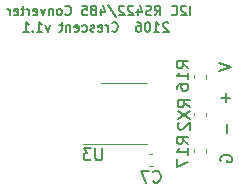
<source format=gbo>
G04 #@! TF.GenerationSoftware,KiCad,Pcbnew,(5.1.2)-1*
G04 #@! TF.CreationDate,2021-06-27T21:29:46+09:00*
G04 #@! TF.ProjectId,IR,49522e6b-6963-4616-945f-706362585858,v1.1*
G04 #@! TF.SameCoordinates,Original*
G04 #@! TF.FileFunction,Legend,Bot*
G04 #@! TF.FilePolarity,Positive*
%FSLAX46Y46*%
G04 Gerber Fmt 4.6, Leading zero omitted, Abs format (unit mm)*
G04 Created by KiCad (PCBNEW (5.1.2)-1) date 2021-06-27 21:29:46*
%MOMM*%
%LPD*%
G04 APERTURE LIST*
%ADD10C,0.150000*%
%ADD11C,0.200000*%
%ADD12C,0.120000*%
%ADD13C,3.600000*%
%ADD14O,2.200000X1.924000*%
%ADD15C,1.400000*%
%ADD16C,0.050000*%
%ADD17C,1.275000*%
%ADD18R,2.100000X2.100000*%
%ADD19O,2.100000X2.100000*%
%ADD20C,1.000000*%
G04 APERTURE END LIST*
D10*
X204600000Y-115061904D02*
X204552380Y-114966666D01*
X204552380Y-114823809D01*
X204600000Y-114680952D01*
X204695238Y-114585714D01*
X204790476Y-114538095D01*
X204980952Y-114490476D01*
X205123809Y-114490476D01*
X205314285Y-114538095D01*
X205409523Y-114585714D01*
X205504761Y-114680952D01*
X205552380Y-114823809D01*
X205552380Y-114919047D01*
X205504761Y-115061904D01*
X205457142Y-115109523D01*
X205123809Y-115109523D01*
X205123809Y-114919047D01*
X205071428Y-111919047D02*
X205071428Y-112680952D01*
X205380952Y-109671428D02*
X204619047Y-109671428D01*
X205000000Y-110052380D02*
X205000000Y-109290476D01*
X204452380Y-106766666D02*
X205452380Y-107100000D01*
X204452380Y-107433333D01*
D11*
X202019047Y-102661904D02*
X202019047Y-101861904D01*
X201676190Y-101938095D02*
X201638095Y-101900000D01*
X201561904Y-101861904D01*
X201371428Y-101861904D01*
X201295238Y-101900000D01*
X201257142Y-101938095D01*
X201219047Y-102014285D01*
X201219047Y-102090476D01*
X201257142Y-102204761D01*
X201714285Y-102661904D01*
X201219047Y-102661904D01*
X200419047Y-102585714D02*
X200457142Y-102623809D01*
X200571428Y-102661904D01*
X200647619Y-102661904D01*
X200761904Y-102623809D01*
X200838095Y-102547619D01*
X200876190Y-102471428D01*
X200914285Y-102319047D01*
X200914285Y-102204761D01*
X200876190Y-102052380D01*
X200838095Y-101976190D01*
X200761904Y-101900000D01*
X200647619Y-101861904D01*
X200571428Y-101861904D01*
X200457142Y-101900000D01*
X200419047Y-101938095D01*
X199009523Y-102661904D02*
X199276190Y-102280952D01*
X199466666Y-102661904D02*
X199466666Y-101861904D01*
X199161904Y-101861904D01*
X199085714Y-101900000D01*
X199047619Y-101938095D01*
X199009523Y-102014285D01*
X199009523Y-102128571D01*
X199047619Y-102204761D01*
X199085714Y-102242857D01*
X199161904Y-102280952D01*
X199466666Y-102280952D01*
X198704761Y-102623809D02*
X198590476Y-102661904D01*
X198400000Y-102661904D01*
X198323809Y-102623809D01*
X198285714Y-102585714D01*
X198247619Y-102509523D01*
X198247619Y-102433333D01*
X198285714Y-102357142D01*
X198323809Y-102319047D01*
X198400000Y-102280952D01*
X198552380Y-102242857D01*
X198628571Y-102204761D01*
X198666666Y-102166666D01*
X198704761Y-102090476D01*
X198704761Y-102014285D01*
X198666666Y-101938095D01*
X198628571Y-101900000D01*
X198552380Y-101861904D01*
X198361904Y-101861904D01*
X198247619Y-101900000D01*
X197561904Y-102128571D02*
X197561904Y-102661904D01*
X197752380Y-101823809D02*
X197942857Y-102395238D01*
X197447619Y-102395238D01*
X197180952Y-101938095D02*
X197142857Y-101900000D01*
X197066666Y-101861904D01*
X196876190Y-101861904D01*
X196800000Y-101900000D01*
X196761904Y-101938095D01*
X196723809Y-102014285D01*
X196723809Y-102090476D01*
X196761904Y-102204761D01*
X197219047Y-102661904D01*
X196723809Y-102661904D01*
X196419047Y-101938095D02*
X196380952Y-101900000D01*
X196304761Y-101861904D01*
X196114285Y-101861904D01*
X196038095Y-101900000D01*
X196000000Y-101938095D01*
X195961904Y-102014285D01*
X195961904Y-102090476D01*
X196000000Y-102204761D01*
X196457142Y-102661904D01*
X195961904Y-102661904D01*
X195047619Y-101823809D02*
X195733333Y-102852380D01*
X194438095Y-102128571D02*
X194438095Y-102661904D01*
X194628571Y-101823809D02*
X194819047Y-102395238D01*
X194323809Y-102395238D01*
X193904761Y-102204761D02*
X193980952Y-102166666D01*
X194019047Y-102128571D01*
X194057142Y-102052380D01*
X194057142Y-102014285D01*
X194019047Y-101938095D01*
X193980952Y-101900000D01*
X193904761Y-101861904D01*
X193752380Y-101861904D01*
X193676190Y-101900000D01*
X193638095Y-101938095D01*
X193600000Y-102014285D01*
X193600000Y-102052380D01*
X193638095Y-102128571D01*
X193676190Y-102166666D01*
X193752380Y-102204761D01*
X193904761Y-102204761D01*
X193980952Y-102242857D01*
X194019047Y-102280952D01*
X194057142Y-102357142D01*
X194057142Y-102509523D01*
X194019047Y-102585714D01*
X193980952Y-102623809D01*
X193904761Y-102661904D01*
X193752380Y-102661904D01*
X193676190Y-102623809D01*
X193638095Y-102585714D01*
X193600000Y-102509523D01*
X193600000Y-102357142D01*
X193638095Y-102280952D01*
X193676190Y-102242857D01*
X193752380Y-102204761D01*
X192876190Y-101861904D02*
X193257142Y-101861904D01*
X193295238Y-102242857D01*
X193257142Y-102204761D01*
X193180952Y-102166666D01*
X192990476Y-102166666D01*
X192914285Y-102204761D01*
X192876190Y-102242857D01*
X192838095Y-102319047D01*
X192838095Y-102509523D01*
X192876190Y-102585714D01*
X192914285Y-102623809D01*
X192990476Y-102661904D01*
X193180952Y-102661904D01*
X193257142Y-102623809D01*
X193295238Y-102585714D01*
X191428571Y-102585714D02*
X191466666Y-102623809D01*
X191580952Y-102661904D01*
X191657142Y-102661904D01*
X191771428Y-102623809D01*
X191847619Y-102547619D01*
X191885714Y-102471428D01*
X191923809Y-102319047D01*
X191923809Y-102204761D01*
X191885714Y-102052380D01*
X191847619Y-101976190D01*
X191771428Y-101900000D01*
X191657142Y-101861904D01*
X191580952Y-101861904D01*
X191466666Y-101900000D01*
X191428571Y-101938095D01*
X190971428Y-102661904D02*
X191047619Y-102623809D01*
X191085714Y-102585714D01*
X191123809Y-102509523D01*
X191123809Y-102280952D01*
X191085714Y-102204761D01*
X191047619Y-102166666D01*
X190971428Y-102128571D01*
X190857142Y-102128571D01*
X190780952Y-102166666D01*
X190742857Y-102204761D01*
X190704761Y-102280952D01*
X190704761Y-102509523D01*
X190742857Y-102585714D01*
X190780952Y-102623809D01*
X190857142Y-102661904D01*
X190971428Y-102661904D01*
X190361904Y-102128571D02*
X190361904Y-102661904D01*
X190361904Y-102204761D02*
X190323809Y-102166666D01*
X190247619Y-102128571D01*
X190133333Y-102128571D01*
X190057142Y-102166666D01*
X190019047Y-102242857D01*
X190019047Y-102661904D01*
X189714285Y-102128571D02*
X189523809Y-102661904D01*
X189333333Y-102128571D01*
X188723809Y-102623809D02*
X188800000Y-102661904D01*
X188952380Y-102661904D01*
X189028571Y-102623809D01*
X189066666Y-102547619D01*
X189066666Y-102242857D01*
X189028571Y-102166666D01*
X188952380Y-102128571D01*
X188800000Y-102128571D01*
X188723809Y-102166666D01*
X188685714Y-102242857D01*
X188685714Y-102319047D01*
X189066666Y-102395238D01*
X188342857Y-102661904D02*
X188342857Y-102128571D01*
X188342857Y-102280952D02*
X188304761Y-102204761D01*
X188266666Y-102166666D01*
X188190476Y-102128571D01*
X188114285Y-102128571D01*
X187961904Y-102128571D02*
X187657142Y-102128571D01*
X187847619Y-101861904D02*
X187847619Y-102547619D01*
X187809523Y-102623809D01*
X187733333Y-102661904D01*
X187657142Y-102661904D01*
X187085714Y-102623809D02*
X187161904Y-102661904D01*
X187314285Y-102661904D01*
X187390476Y-102623809D01*
X187428571Y-102547619D01*
X187428571Y-102242857D01*
X187390476Y-102166666D01*
X187314285Y-102128571D01*
X187161904Y-102128571D01*
X187085714Y-102166666D01*
X187047619Y-102242857D01*
X187047619Y-102319047D01*
X187428571Y-102395238D01*
X186704761Y-102661904D02*
X186704761Y-102128571D01*
X186704761Y-102280952D02*
X186666666Y-102204761D01*
X186628571Y-102166666D01*
X186552380Y-102128571D01*
X186476190Y-102128571D01*
X200133333Y-103338095D02*
X200095238Y-103300000D01*
X200019047Y-103261904D01*
X199828571Y-103261904D01*
X199752380Y-103300000D01*
X199714285Y-103338095D01*
X199676190Y-103414285D01*
X199676190Y-103490476D01*
X199714285Y-103604761D01*
X200171428Y-104061904D01*
X199676190Y-104061904D01*
X198914285Y-104061904D02*
X199371428Y-104061904D01*
X199142857Y-104061904D02*
X199142857Y-103261904D01*
X199219047Y-103376190D01*
X199295238Y-103452380D01*
X199371428Y-103490476D01*
X198419047Y-103261904D02*
X198342857Y-103261904D01*
X198266666Y-103300000D01*
X198228571Y-103338095D01*
X198190476Y-103414285D01*
X198152380Y-103566666D01*
X198152380Y-103757142D01*
X198190476Y-103909523D01*
X198228571Y-103985714D01*
X198266666Y-104023809D01*
X198342857Y-104061904D01*
X198419047Y-104061904D01*
X198495238Y-104023809D01*
X198533333Y-103985714D01*
X198571428Y-103909523D01*
X198609523Y-103757142D01*
X198609523Y-103566666D01*
X198571428Y-103414285D01*
X198533333Y-103338095D01*
X198495238Y-103300000D01*
X198419047Y-103261904D01*
X197466666Y-103261904D02*
X197619047Y-103261904D01*
X197695238Y-103300000D01*
X197733333Y-103338095D01*
X197809523Y-103452380D01*
X197847619Y-103604761D01*
X197847619Y-103909523D01*
X197809523Y-103985714D01*
X197771428Y-104023809D01*
X197695238Y-104061904D01*
X197542857Y-104061904D01*
X197466666Y-104023809D01*
X197428571Y-103985714D01*
X197390476Y-103909523D01*
X197390476Y-103719047D01*
X197428571Y-103642857D01*
X197466666Y-103604761D01*
X197542857Y-103566666D01*
X197695238Y-103566666D01*
X197771428Y-103604761D01*
X197809523Y-103642857D01*
X197847619Y-103719047D01*
X195371428Y-103985714D02*
X195409523Y-104023809D01*
X195523809Y-104061904D01*
X195600000Y-104061904D01*
X195714285Y-104023809D01*
X195790476Y-103947619D01*
X195828571Y-103871428D01*
X195866666Y-103719047D01*
X195866666Y-103604761D01*
X195828571Y-103452380D01*
X195790476Y-103376190D01*
X195714285Y-103300000D01*
X195600000Y-103261904D01*
X195523809Y-103261904D01*
X195409523Y-103300000D01*
X195371428Y-103338095D01*
X195028571Y-104061904D02*
X195028571Y-103528571D01*
X195028571Y-103680952D02*
X194990476Y-103604761D01*
X194952380Y-103566666D01*
X194876190Y-103528571D01*
X194800000Y-103528571D01*
X194228571Y-104023809D02*
X194304761Y-104061904D01*
X194457142Y-104061904D01*
X194533333Y-104023809D01*
X194571428Y-103947619D01*
X194571428Y-103642857D01*
X194533333Y-103566666D01*
X194457142Y-103528571D01*
X194304761Y-103528571D01*
X194228571Y-103566666D01*
X194190476Y-103642857D01*
X194190476Y-103719047D01*
X194571428Y-103795238D01*
X193885714Y-104023809D02*
X193809523Y-104061904D01*
X193657142Y-104061904D01*
X193580952Y-104023809D01*
X193542857Y-103947619D01*
X193542857Y-103909523D01*
X193580952Y-103833333D01*
X193657142Y-103795238D01*
X193771428Y-103795238D01*
X193847619Y-103757142D01*
X193885714Y-103680952D01*
X193885714Y-103642857D01*
X193847619Y-103566666D01*
X193771428Y-103528571D01*
X193657142Y-103528571D01*
X193580952Y-103566666D01*
X192857142Y-104023809D02*
X192933333Y-104061904D01*
X193085714Y-104061904D01*
X193161904Y-104023809D01*
X193200000Y-103985714D01*
X193238095Y-103909523D01*
X193238095Y-103680952D01*
X193200000Y-103604761D01*
X193161904Y-103566666D01*
X193085714Y-103528571D01*
X192933333Y-103528571D01*
X192857142Y-103566666D01*
X192209523Y-104023809D02*
X192285714Y-104061904D01*
X192438095Y-104061904D01*
X192514285Y-104023809D01*
X192552380Y-103947619D01*
X192552380Y-103642857D01*
X192514285Y-103566666D01*
X192438095Y-103528571D01*
X192285714Y-103528571D01*
X192209523Y-103566666D01*
X192171428Y-103642857D01*
X192171428Y-103719047D01*
X192552380Y-103795238D01*
X191828571Y-103528571D02*
X191828571Y-104061904D01*
X191828571Y-103604761D02*
X191790476Y-103566666D01*
X191714285Y-103528571D01*
X191600000Y-103528571D01*
X191523809Y-103566666D01*
X191485714Y-103642857D01*
X191485714Y-104061904D01*
X191219047Y-103528571D02*
X190914285Y-103528571D01*
X191104761Y-103261904D02*
X191104761Y-103947619D01*
X191066666Y-104023809D01*
X190990476Y-104061904D01*
X190914285Y-104061904D01*
X190114285Y-103528571D02*
X189923809Y-104061904D01*
X189733333Y-103528571D01*
X189009523Y-104061904D02*
X189466666Y-104061904D01*
X189238095Y-104061904D02*
X189238095Y-103261904D01*
X189314285Y-103376190D01*
X189390476Y-103452380D01*
X189466666Y-103490476D01*
X188666666Y-103985714D02*
X188628571Y-104023809D01*
X188666666Y-104061904D01*
X188704761Y-104023809D01*
X188666666Y-103985714D01*
X188666666Y-104061904D01*
X187866666Y-104061904D02*
X188323809Y-104061904D01*
X188095238Y-104061904D02*
X188095238Y-103261904D01*
X188171428Y-103376190D01*
X188247619Y-103452380D01*
X188323809Y-103490476D01*
D12*
X198862779Y-114390000D02*
X198537221Y-114390000D01*
X198862779Y-115410000D02*
X198537221Y-115410000D01*
X203310000Y-108062779D02*
X203310000Y-107737221D01*
X202290000Y-108062779D02*
X202290000Y-107737221D01*
X203310000Y-114037221D02*
X203310000Y-114362779D01*
X202290000Y-114037221D02*
X202290000Y-114362779D01*
X203310000Y-110925221D02*
X203310000Y-111250779D01*
X202290000Y-110925221D02*
X202290000Y-111250779D01*
X196400000Y-108440000D02*
X198350000Y-108440000D01*
X196400000Y-108440000D02*
X194450000Y-108440000D01*
X196400000Y-113560000D02*
X198350000Y-113560000D01*
X196400000Y-113560000D02*
X192950000Y-113560000D01*
D10*
X198866666Y-116757142D02*
X198914285Y-116804761D01*
X199057142Y-116852380D01*
X199152380Y-116852380D01*
X199295238Y-116804761D01*
X199390476Y-116709523D01*
X199438095Y-116614285D01*
X199485714Y-116423809D01*
X199485714Y-116280952D01*
X199438095Y-116090476D01*
X199390476Y-115995238D01*
X199295238Y-115900000D01*
X199152380Y-115852380D01*
X199057142Y-115852380D01*
X198914285Y-115900000D01*
X198866666Y-115947619D01*
X198533333Y-115852380D02*
X197866666Y-115852380D01*
X198295238Y-116852380D01*
X201852380Y-107157142D02*
X201376190Y-106823809D01*
X201852380Y-106585714D02*
X200852380Y-106585714D01*
X200852380Y-106966666D01*
X200900000Y-107061904D01*
X200947619Y-107109523D01*
X201042857Y-107157142D01*
X201185714Y-107157142D01*
X201280952Y-107109523D01*
X201328571Y-107061904D01*
X201376190Y-106966666D01*
X201376190Y-106585714D01*
X201852380Y-108109523D02*
X201852380Y-107538095D01*
X201852380Y-107823809D02*
X200852380Y-107823809D01*
X200995238Y-107728571D01*
X201090476Y-107633333D01*
X201138095Y-107538095D01*
X200852380Y-108966666D02*
X200852380Y-108776190D01*
X200900000Y-108680952D01*
X200947619Y-108633333D01*
X201090476Y-108538095D01*
X201280952Y-108490476D01*
X201661904Y-108490476D01*
X201757142Y-108538095D01*
X201804761Y-108585714D01*
X201852380Y-108680952D01*
X201852380Y-108871428D01*
X201804761Y-108966666D01*
X201757142Y-109014285D01*
X201661904Y-109061904D01*
X201423809Y-109061904D01*
X201328571Y-109014285D01*
X201280952Y-108966666D01*
X201233333Y-108871428D01*
X201233333Y-108680952D01*
X201280952Y-108585714D01*
X201328571Y-108538095D01*
X201423809Y-108490476D01*
X201852380Y-113557142D02*
X201376190Y-113223809D01*
X201852380Y-112985714D02*
X200852380Y-112985714D01*
X200852380Y-113366666D01*
X200900000Y-113461904D01*
X200947619Y-113509523D01*
X201042857Y-113557142D01*
X201185714Y-113557142D01*
X201280952Y-113509523D01*
X201328571Y-113461904D01*
X201376190Y-113366666D01*
X201376190Y-112985714D01*
X201852380Y-114509523D02*
X201852380Y-113938095D01*
X201852380Y-114223809D02*
X200852380Y-114223809D01*
X200995238Y-114128571D01*
X201090476Y-114033333D01*
X201138095Y-113938095D01*
X200852380Y-114842857D02*
X200852380Y-115509523D01*
X201852380Y-115080952D01*
X201952380Y-110457642D02*
X201476190Y-110124309D01*
X201952380Y-109886214D02*
X200952380Y-109886214D01*
X200952380Y-110267166D01*
X201000000Y-110362404D01*
X201047619Y-110410023D01*
X201142857Y-110457642D01*
X201285714Y-110457642D01*
X201380952Y-110410023D01*
X201428571Y-110362404D01*
X201476190Y-110267166D01*
X201476190Y-109886214D01*
X200952380Y-110790976D02*
X201952380Y-111457642D01*
X200952380Y-111457642D02*
X201952380Y-110790976D01*
X201047619Y-111790976D02*
X201000000Y-111838595D01*
X200952380Y-111933833D01*
X200952380Y-112171928D01*
X201000000Y-112267166D01*
X201047619Y-112314785D01*
X201142857Y-112362404D01*
X201238095Y-112362404D01*
X201380952Y-112314785D01*
X201952380Y-111743357D01*
X201952380Y-112362404D01*
X194536904Y-113952380D02*
X194536904Y-114761904D01*
X194489285Y-114857142D01*
X194441666Y-114904761D01*
X194346428Y-114952380D01*
X194155952Y-114952380D01*
X194060714Y-114904761D01*
X194013095Y-114857142D01*
X193965476Y-114761904D01*
X193965476Y-113952380D01*
X193584523Y-113952380D02*
X192965476Y-113952380D01*
X193298809Y-114333333D01*
X193155952Y-114333333D01*
X193060714Y-114380952D01*
X193013095Y-114428571D01*
X192965476Y-114523809D01*
X192965476Y-114761904D01*
X193013095Y-114857142D01*
X193060714Y-114904761D01*
X193155952Y-114952380D01*
X193441666Y-114952380D01*
X193536904Y-114904761D01*
X193584523Y-114857142D01*
%LPC*%
D13*
X180000000Y-120000000D03*
D14*
X185200000Y-114000000D03*
X185200000Y-112000000D03*
X185200000Y-110000000D03*
X185200000Y-108000000D03*
D15*
X202200000Y-117500000D03*
X208200000Y-101400000D03*
X208200000Y-104000000D03*
D13*
X180000000Y-102000000D03*
D16*
G36*
X199837493Y-114226535D02*
G01*
X199868435Y-114231125D01*
X199898778Y-114238725D01*
X199928230Y-114249263D01*
X199956508Y-114262638D01*
X199983338Y-114278719D01*
X200008463Y-114297353D01*
X200031640Y-114318360D01*
X200052647Y-114341537D01*
X200071281Y-114366662D01*
X200087362Y-114393492D01*
X200100737Y-114421770D01*
X200111275Y-114451222D01*
X200118875Y-114481565D01*
X200123465Y-114512507D01*
X200125000Y-114543750D01*
X200125000Y-115256250D01*
X200123465Y-115287493D01*
X200118875Y-115318435D01*
X200111275Y-115348778D01*
X200100737Y-115378230D01*
X200087362Y-115406508D01*
X200071281Y-115433338D01*
X200052647Y-115458463D01*
X200031640Y-115481640D01*
X200008463Y-115502647D01*
X199983338Y-115521281D01*
X199956508Y-115537362D01*
X199928230Y-115550737D01*
X199898778Y-115561275D01*
X199868435Y-115568875D01*
X199837493Y-115573465D01*
X199806250Y-115575000D01*
X199168750Y-115575000D01*
X199137507Y-115573465D01*
X199106565Y-115568875D01*
X199076222Y-115561275D01*
X199046770Y-115550737D01*
X199018492Y-115537362D01*
X198991662Y-115521281D01*
X198966537Y-115502647D01*
X198943360Y-115481640D01*
X198922353Y-115458463D01*
X198903719Y-115433338D01*
X198887638Y-115406508D01*
X198874263Y-115378230D01*
X198863725Y-115348778D01*
X198856125Y-115318435D01*
X198851535Y-115287493D01*
X198850000Y-115256250D01*
X198850000Y-114543750D01*
X198851535Y-114512507D01*
X198856125Y-114481565D01*
X198863725Y-114451222D01*
X198874263Y-114421770D01*
X198887638Y-114393492D01*
X198903719Y-114366662D01*
X198922353Y-114341537D01*
X198943360Y-114318360D01*
X198966537Y-114297353D01*
X198991662Y-114278719D01*
X199018492Y-114262638D01*
X199046770Y-114249263D01*
X199076222Y-114238725D01*
X199106565Y-114231125D01*
X199137507Y-114226535D01*
X199168750Y-114225000D01*
X199806250Y-114225000D01*
X199837493Y-114226535D01*
X199837493Y-114226535D01*
G37*
D17*
X199487500Y-114900000D03*
D16*
G36*
X198262493Y-114226535D02*
G01*
X198293435Y-114231125D01*
X198323778Y-114238725D01*
X198353230Y-114249263D01*
X198381508Y-114262638D01*
X198408338Y-114278719D01*
X198433463Y-114297353D01*
X198456640Y-114318360D01*
X198477647Y-114341537D01*
X198496281Y-114366662D01*
X198512362Y-114393492D01*
X198525737Y-114421770D01*
X198536275Y-114451222D01*
X198543875Y-114481565D01*
X198548465Y-114512507D01*
X198550000Y-114543750D01*
X198550000Y-115256250D01*
X198548465Y-115287493D01*
X198543875Y-115318435D01*
X198536275Y-115348778D01*
X198525737Y-115378230D01*
X198512362Y-115406508D01*
X198496281Y-115433338D01*
X198477647Y-115458463D01*
X198456640Y-115481640D01*
X198433463Y-115502647D01*
X198408338Y-115521281D01*
X198381508Y-115537362D01*
X198353230Y-115550737D01*
X198323778Y-115561275D01*
X198293435Y-115568875D01*
X198262493Y-115573465D01*
X198231250Y-115575000D01*
X197593750Y-115575000D01*
X197562507Y-115573465D01*
X197531565Y-115568875D01*
X197501222Y-115561275D01*
X197471770Y-115550737D01*
X197443492Y-115537362D01*
X197416662Y-115521281D01*
X197391537Y-115502647D01*
X197368360Y-115481640D01*
X197347353Y-115458463D01*
X197328719Y-115433338D01*
X197312638Y-115406508D01*
X197299263Y-115378230D01*
X197288725Y-115348778D01*
X197281125Y-115318435D01*
X197276535Y-115287493D01*
X197275000Y-115256250D01*
X197275000Y-114543750D01*
X197276535Y-114512507D01*
X197281125Y-114481565D01*
X197288725Y-114451222D01*
X197299263Y-114421770D01*
X197312638Y-114393492D01*
X197328719Y-114366662D01*
X197347353Y-114341537D01*
X197368360Y-114318360D01*
X197391537Y-114297353D01*
X197416662Y-114278719D01*
X197443492Y-114262638D01*
X197471770Y-114249263D01*
X197501222Y-114238725D01*
X197531565Y-114231125D01*
X197562507Y-114226535D01*
X197593750Y-114225000D01*
X198231250Y-114225000D01*
X198262493Y-114226535D01*
X198262493Y-114226535D01*
G37*
D17*
X197912500Y-114900000D03*
D18*
X206700000Y-107160000D03*
D19*
X206700000Y-109700000D03*
X206700000Y-112240000D03*
X206700000Y-114780000D03*
D16*
G36*
X203187493Y-108051535D02*
G01*
X203218435Y-108056125D01*
X203248778Y-108063725D01*
X203278230Y-108074263D01*
X203306508Y-108087638D01*
X203333338Y-108103719D01*
X203358463Y-108122353D01*
X203381640Y-108143360D01*
X203402647Y-108166537D01*
X203421281Y-108191662D01*
X203437362Y-108218492D01*
X203450737Y-108246770D01*
X203461275Y-108276222D01*
X203468875Y-108306565D01*
X203473465Y-108337507D01*
X203475000Y-108368750D01*
X203475000Y-109006250D01*
X203473465Y-109037493D01*
X203468875Y-109068435D01*
X203461275Y-109098778D01*
X203450737Y-109128230D01*
X203437362Y-109156508D01*
X203421281Y-109183338D01*
X203402647Y-109208463D01*
X203381640Y-109231640D01*
X203358463Y-109252647D01*
X203333338Y-109271281D01*
X203306508Y-109287362D01*
X203278230Y-109300737D01*
X203248778Y-109311275D01*
X203218435Y-109318875D01*
X203187493Y-109323465D01*
X203156250Y-109325000D01*
X202443750Y-109325000D01*
X202412507Y-109323465D01*
X202381565Y-109318875D01*
X202351222Y-109311275D01*
X202321770Y-109300737D01*
X202293492Y-109287362D01*
X202266662Y-109271281D01*
X202241537Y-109252647D01*
X202218360Y-109231640D01*
X202197353Y-109208463D01*
X202178719Y-109183338D01*
X202162638Y-109156508D01*
X202149263Y-109128230D01*
X202138725Y-109098778D01*
X202131125Y-109068435D01*
X202126535Y-109037493D01*
X202125000Y-109006250D01*
X202125000Y-108368750D01*
X202126535Y-108337507D01*
X202131125Y-108306565D01*
X202138725Y-108276222D01*
X202149263Y-108246770D01*
X202162638Y-108218492D01*
X202178719Y-108191662D01*
X202197353Y-108166537D01*
X202218360Y-108143360D01*
X202241537Y-108122353D01*
X202266662Y-108103719D01*
X202293492Y-108087638D01*
X202321770Y-108074263D01*
X202351222Y-108063725D01*
X202381565Y-108056125D01*
X202412507Y-108051535D01*
X202443750Y-108050000D01*
X203156250Y-108050000D01*
X203187493Y-108051535D01*
X203187493Y-108051535D01*
G37*
D17*
X202800000Y-108687500D03*
D16*
G36*
X203187493Y-106476535D02*
G01*
X203218435Y-106481125D01*
X203248778Y-106488725D01*
X203278230Y-106499263D01*
X203306508Y-106512638D01*
X203333338Y-106528719D01*
X203358463Y-106547353D01*
X203381640Y-106568360D01*
X203402647Y-106591537D01*
X203421281Y-106616662D01*
X203437362Y-106643492D01*
X203450737Y-106671770D01*
X203461275Y-106701222D01*
X203468875Y-106731565D01*
X203473465Y-106762507D01*
X203475000Y-106793750D01*
X203475000Y-107431250D01*
X203473465Y-107462493D01*
X203468875Y-107493435D01*
X203461275Y-107523778D01*
X203450737Y-107553230D01*
X203437362Y-107581508D01*
X203421281Y-107608338D01*
X203402647Y-107633463D01*
X203381640Y-107656640D01*
X203358463Y-107677647D01*
X203333338Y-107696281D01*
X203306508Y-107712362D01*
X203278230Y-107725737D01*
X203248778Y-107736275D01*
X203218435Y-107743875D01*
X203187493Y-107748465D01*
X203156250Y-107750000D01*
X202443750Y-107750000D01*
X202412507Y-107748465D01*
X202381565Y-107743875D01*
X202351222Y-107736275D01*
X202321770Y-107725737D01*
X202293492Y-107712362D01*
X202266662Y-107696281D01*
X202241537Y-107677647D01*
X202218360Y-107656640D01*
X202197353Y-107633463D01*
X202178719Y-107608338D01*
X202162638Y-107581508D01*
X202149263Y-107553230D01*
X202138725Y-107523778D01*
X202131125Y-107493435D01*
X202126535Y-107462493D01*
X202125000Y-107431250D01*
X202125000Y-106793750D01*
X202126535Y-106762507D01*
X202131125Y-106731565D01*
X202138725Y-106701222D01*
X202149263Y-106671770D01*
X202162638Y-106643492D01*
X202178719Y-106616662D01*
X202197353Y-106591537D01*
X202218360Y-106568360D01*
X202241537Y-106547353D01*
X202266662Y-106528719D01*
X202293492Y-106512638D01*
X202321770Y-106499263D01*
X202351222Y-106488725D01*
X202381565Y-106481125D01*
X202412507Y-106476535D01*
X202443750Y-106475000D01*
X203156250Y-106475000D01*
X203187493Y-106476535D01*
X203187493Y-106476535D01*
G37*
D17*
X202800000Y-107112500D03*
D16*
G36*
X203187493Y-114351535D02*
G01*
X203218435Y-114356125D01*
X203248778Y-114363725D01*
X203278230Y-114374263D01*
X203306508Y-114387638D01*
X203333338Y-114403719D01*
X203358463Y-114422353D01*
X203381640Y-114443360D01*
X203402647Y-114466537D01*
X203421281Y-114491662D01*
X203437362Y-114518492D01*
X203450737Y-114546770D01*
X203461275Y-114576222D01*
X203468875Y-114606565D01*
X203473465Y-114637507D01*
X203475000Y-114668750D01*
X203475000Y-115306250D01*
X203473465Y-115337493D01*
X203468875Y-115368435D01*
X203461275Y-115398778D01*
X203450737Y-115428230D01*
X203437362Y-115456508D01*
X203421281Y-115483338D01*
X203402647Y-115508463D01*
X203381640Y-115531640D01*
X203358463Y-115552647D01*
X203333338Y-115571281D01*
X203306508Y-115587362D01*
X203278230Y-115600737D01*
X203248778Y-115611275D01*
X203218435Y-115618875D01*
X203187493Y-115623465D01*
X203156250Y-115625000D01*
X202443750Y-115625000D01*
X202412507Y-115623465D01*
X202381565Y-115618875D01*
X202351222Y-115611275D01*
X202321770Y-115600737D01*
X202293492Y-115587362D01*
X202266662Y-115571281D01*
X202241537Y-115552647D01*
X202218360Y-115531640D01*
X202197353Y-115508463D01*
X202178719Y-115483338D01*
X202162638Y-115456508D01*
X202149263Y-115428230D01*
X202138725Y-115398778D01*
X202131125Y-115368435D01*
X202126535Y-115337493D01*
X202125000Y-115306250D01*
X202125000Y-114668750D01*
X202126535Y-114637507D01*
X202131125Y-114606565D01*
X202138725Y-114576222D01*
X202149263Y-114546770D01*
X202162638Y-114518492D01*
X202178719Y-114491662D01*
X202197353Y-114466537D01*
X202218360Y-114443360D01*
X202241537Y-114422353D01*
X202266662Y-114403719D01*
X202293492Y-114387638D01*
X202321770Y-114374263D01*
X202351222Y-114363725D01*
X202381565Y-114356125D01*
X202412507Y-114351535D01*
X202443750Y-114350000D01*
X203156250Y-114350000D01*
X203187493Y-114351535D01*
X203187493Y-114351535D01*
G37*
D17*
X202800000Y-114987500D03*
D16*
G36*
X203187493Y-112776535D02*
G01*
X203218435Y-112781125D01*
X203248778Y-112788725D01*
X203278230Y-112799263D01*
X203306508Y-112812638D01*
X203333338Y-112828719D01*
X203358463Y-112847353D01*
X203381640Y-112868360D01*
X203402647Y-112891537D01*
X203421281Y-112916662D01*
X203437362Y-112943492D01*
X203450737Y-112971770D01*
X203461275Y-113001222D01*
X203468875Y-113031565D01*
X203473465Y-113062507D01*
X203475000Y-113093750D01*
X203475000Y-113731250D01*
X203473465Y-113762493D01*
X203468875Y-113793435D01*
X203461275Y-113823778D01*
X203450737Y-113853230D01*
X203437362Y-113881508D01*
X203421281Y-113908338D01*
X203402647Y-113933463D01*
X203381640Y-113956640D01*
X203358463Y-113977647D01*
X203333338Y-113996281D01*
X203306508Y-114012362D01*
X203278230Y-114025737D01*
X203248778Y-114036275D01*
X203218435Y-114043875D01*
X203187493Y-114048465D01*
X203156250Y-114050000D01*
X202443750Y-114050000D01*
X202412507Y-114048465D01*
X202381565Y-114043875D01*
X202351222Y-114036275D01*
X202321770Y-114025737D01*
X202293492Y-114012362D01*
X202266662Y-113996281D01*
X202241537Y-113977647D01*
X202218360Y-113956640D01*
X202197353Y-113933463D01*
X202178719Y-113908338D01*
X202162638Y-113881508D01*
X202149263Y-113853230D01*
X202138725Y-113823778D01*
X202131125Y-113793435D01*
X202126535Y-113762493D01*
X202125000Y-113731250D01*
X202125000Y-113093750D01*
X202126535Y-113062507D01*
X202131125Y-113031565D01*
X202138725Y-113001222D01*
X202149263Y-112971770D01*
X202162638Y-112943492D01*
X202178719Y-112916662D01*
X202197353Y-112891537D01*
X202218360Y-112868360D01*
X202241537Y-112847353D01*
X202266662Y-112828719D01*
X202293492Y-112812638D01*
X202321770Y-112799263D01*
X202351222Y-112788725D01*
X202381565Y-112781125D01*
X202412507Y-112776535D01*
X202443750Y-112775000D01*
X203156250Y-112775000D01*
X203187493Y-112776535D01*
X203187493Y-112776535D01*
G37*
D17*
X202800000Y-113412500D03*
D16*
G36*
X203187493Y-111239535D02*
G01*
X203218435Y-111244125D01*
X203248778Y-111251725D01*
X203278230Y-111262263D01*
X203306508Y-111275638D01*
X203333338Y-111291719D01*
X203358463Y-111310353D01*
X203381640Y-111331360D01*
X203402647Y-111354537D01*
X203421281Y-111379662D01*
X203437362Y-111406492D01*
X203450737Y-111434770D01*
X203461275Y-111464222D01*
X203468875Y-111494565D01*
X203473465Y-111525507D01*
X203475000Y-111556750D01*
X203475000Y-112194250D01*
X203473465Y-112225493D01*
X203468875Y-112256435D01*
X203461275Y-112286778D01*
X203450737Y-112316230D01*
X203437362Y-112344508D01*
X203421281Y-112371338D01*
X203402647Y-112396463D01*
X203381640Y-112419640D01*
X203358463Y-112440647D01*
X203333338Y-112459281D01*
X203306508Y-112475362D01*
X203278230Y-112488737D01*
X203248778Y-112499275D01*
X203218435Y-112506875D01*
X203187493Y-112511465D01*
X203156250Y-112513000D01*
X202443750Y-112513000D01*
X202412507Y-112511465D01*
X202381565Y-112506875D01*
X202351222Y-112499275D01*
X202321770Y-112488737D01*
X202293492Y-112475362D01*
X202266662Y-112459281D01*
X202241537Y-112440647D01*
X202218360Y-112419640D01*
X202197353Y-112396463D01*
X202178719Y-112371338D01*
X202162638Y-112344508D01*
X202149263Y-112316230D01*
X202138725Y-112286778D01*
X202131125Y-112256435D01*
X202126535Y-112225493D01*
X202125000Y-112194250D01*
X202125000Y-111556750D01*
X202126535Y-111525507D01*
X202131125Y-111494565D01*
X202138725Y-111464222D01*
X202149263Y-111434770D01*
X202162638Y-111406492D01*
X202178719Y-111379662D01*
X202197353Y-111354537D01*
X202218360Y-111331360D01*
X202241537Y-111310353D01*
X202266662Y-111291719D01*
X202293492Y-111275638D01*
X202321770Y-111262263D01*
X202351222Y-111251725D01*
X202381565Y-111244125D01*
X202412507Y-111239535D01*
X202443750Y-111238000D01*
X203156250Y-111238000D01*
X203187493Y-111239535D01*
X203187493Y-111239535D01*
G37*
D17*
X202800000Y-111875500D03*
D16*
G36*
X203187493Y-109664535D02*
G01*
X203218435Y-109669125D01*
X203248778Y-109676725D01*
X203278230Y-109687263D01*
X203306508Y-109700638D01*
X203333338Y-109716719D01*
X203358463Y-109735353D01*
X203381640Y-109756360D01*
X203402647Y-109779537D01*
X203421281Y-109804662D01*
X203437362Y-109831492D01*
X203450737Y-109859770D01*
X203461275Y-109889222D01*
X203468875Y-109919565D01*
X203473465Y-109950507D01*
X203475000Y-109981750D01*
X203475000Y-110619250D01*
X203473465Y-110650493D01*
X203468875Y-110681435D01*
X203461275Y-110711778D01*
X203450737Y-110741230D01*
X203437362Y-110769508D01*
X203421281Y-110796338D01*
X203402647Y-110821463D01*
X203381640Y-110844640D01*
X203358463Y-110865647D01*
X203333338Y-110884281D01*
X203306508Y-110900362D01*
X203278230Y-110913737D01*
X203248778Y-110924275D01*
X203218435Y-110931875D01*
X203187493Y-110936465D01*
X203156250Y-110938000D01*
X202443750Y-110938000D01*
X202412507Y-110936465D01*
X202381565Y-110931875D01*
X202351222Y-110924275D01*
X202321770Y-110913737D01*
X202293492Y-110900362D01*
X202266662Y-110884281D01*
X202241537Y-110865647D01*
X202218360Y-110844640D01*
X202197353Y-110821463D01*
X202178719Y-110796338D01*
X202162638Y-110769508D01*
X202149263Y-110741230D01*
X202138725Y-110711778D01*
X202131125Y-110681435D01*
X202126535Y-110650493D01*
X202125000Y-110619250D01*
X202125000Y-109981750D01*
X202126535Y-109950507D01*
X202131125Y-109919565D01*
X202138725Y-109889222D01*
X202149263Y-109859770D01*
X202162638Y-109831492D01*
X202178719Y-109804662D01*
X202197353Y-109779537D01*
X202218360Y-109756360D01*
X202241537Y-109735353D01*
X202266662Y-109716719D01*
X202293492Y-109700638D01*
X202321770Y-109687263D01*
X202351222Y-109676725D01*
X202381565Y-109669125D01*
X202412507Y-109664535D01*
X202443750Y-109663000D01*
X203156250Y-109663000D01*
X203187493Y-109664535D01*
X203187493Y-109664535D01*
G37*
D17*
X202800000Y-110300500D03*
D16*
G36*
X194674504Y-112406204D02*
G01*
X194698773Y-112409804D01*
X194722571Y-112415765D01*
X194745671Y-112424030D01*
X194767849Y-112434520D01*
X194788893Y-112447133D01*
X194808598Y-112461747D01*
X194826777Y-112478223D01*
X194843253Y-112496402D01*
X194857867Y-112516107D01*
X194870480Y-112537151D01*
X194880970Y-112559329D01*
X194889235Y-112582429D01*
X194895196Y-112606227D01*
X194898796Y-112630496D01*
X194900000Y-112655000D01*
X194900000Y-113155000D01*
X194898796Y-113179504D01*
X194895196Y-113203773D01*
X194889235Y-113227571D01*
X194880970Y-113250671D01*
X194870480Y-113272849D01*
X194857867Y-113293893D01*
X194843253Y-113313598D01*
X194826777Y-113331777D01*
X194808598Y-113348253D01*
X194788893Y-113362867D01*
X194767849Y-113375480D01*
X194745671Y-113385970D01*
X194722571Y-113394235D01*
X194698773Y-113400196D01*
X194674504Y-113403796D01*
X194650000Y-113405000D01*
X193000000Y-113405000D01*
X192975496Y-113403796D01*
X192951227Y-113400196D01*
X192927429Y-113394235D01*
X192904329Y-113385970D01*
X192882151Y-113375480D01*
X192861107Y-113362867D01*
X192841402Y-113348253D01*
X192823223Y-113331777D01*
X192806747Y-113313598D01*
X192792133Y-113293893D01*
X192779520Y-113272849D01*
X192769030Y-113250671D01*
X192760765Y-113227571D01*
X192754804Y-113203773D01*
X192751204Y-113179504D01*
X192750000Y-113155000D01*
X192750000Y-112655000D01*
X192751204Y-112630496D01*
X192754804Y-112606227D01*
X192760765Y-112582429D01*
X192769030Y-112559329D01*
X192779520Y-112537151D01*
X192792133Y-112516107D01*
X192806747Y-112496402D01*
X192823223Y-112478223D01*
X192841402Y-112461747D01*
X192861107Y-112447133D01*
X192882151Y-112434520D01*
X192904329Y-112424030D01*
X192927429Y-112415765D01*
X192951227Y-112409804D01*
X192975496Y-112406204D01*
X193000000Y-112405000D01*
X194650000Y-112405000D01*
X194674504Y-112406204D01*
X194674504Y-112406204D01*
G37*
D20*
X193825000Y-112905000D03*
D16*
G36*
X194674504Y-111136204D02*
G01*
X194698773Y-111139804D01*
X194722571Y-111145765D01*
X194745671Y-111154030D01*
X194767849Y-111164520D01*
X194788893Y-111177133D01*
X194808598Y-111191747D01*
X194826777Y-111208223D01*
X194843253Y-111226402D01*
X194857867Y-111246107D01*
X194870480Y-111267151D01*
X194880970Y-111289329D01*
X194889235Y-111312429D01*
X194895196Y-111336227D01*
X194898796Y-111360496D01*
X194900000Y-111385000D01*
X194900000Y-111885000D01*
X194898796Y-111909504D01*
X194895196Y-111933773D01*
X194889235Y-111957571D01*
X194880970Y-111980671D01*
X194870480Y-112002849D01*
X194857867Y-112023893D01*
X194843253Y-112043598D01*
X194826777Y-112061777D01*
X194808598Y-112078253D01*
X194788893Y-112092867D01*
X194767849Y-112105480D01*
X194745671Y-112115970D01*
X194722571Y-112124235D01*
X194698773Y-112130196D01*
X194674504Y-112133796D01*
X194650000Y-112135000D01*
X193000000Y-112135000D01*
X192975496Y-112133796D01*
X192951227Y-112130196D01*
X192927429Y-112124235D01*
X192904329Y-112115970D01*
X192882151Y-112105480D01*
X192861107Y-112092867D01*
X192841402Y-112078253D01*
X192823223Y-112061777D01*
X192806747Y-112043598D01*
X192792133Y-112023893D01*
X192779520Y-112002849D01*
X192769030Y-111980671D01*
X192760765Y-111957571D01*
X192754804Y-111933773D01*
X192751204Y-111909504D01*
X192750000Y-111885000D01*
X192750000Y-111385000D01*
X192751204Y-111360496D01*
X192754804Y-111336227D01*
X192760765Y-111312429D01*
X192769030Y-111289329D01*
X192779520Y-111267151D01*
X192792133Y-111246107D01*
X192806747Y-111226402D01*
X192823223Y-111208223D01*
X192841402Y-111191747D01*
X192861107Y-111177133D01*
X192882151Y-111164520D01*
X192904329Y-111154030D01*
X192927429Y-111145765D01*
X192951227Y-111139804D01*
X192975496Y-111136204D01*
X193000000Y-111135000D01*
X194650000Y-111135000D01*
X194674504Y-111136204D01*
X194674504Y-111136204D01*
G37*
D20*
X193825000Y-111635000D03*
D16*
G36*
X194674504Y-109866204D02*
G01*
X194698773Y-109869804D01*
X194722571Y-109875765D01*
X194745671Y-109884030D01*
X194767849Y-109894520D01*
X194788893Y-109907133D01*
X194808598Y-109921747D01*
X194826777Y-109938223D01*
X194843253Y-109956402D01*
X194857867Y-109976107D01*
X194870480Y-109997151D01*
X194880970Y-110019329D01*
X194889235Y-110042429D01*
X194895196Y-110066227D01*
X194898796Y-110090496D01*
X194900000Y-110115000D01*
X194900000Y-110615000D01*
X194898796Y-110639504D01*
X194895196Y-110663773D01*
X194889235Y-110687571D01*
X194880970Y-110710671D01*
X194870480Y-110732849D01*
X194857867Y-110753893D01*
X194843253Y-110773598D01*
X194826777Y-110791777D01*
X194808598Y-110808253D01*
X194788893Y-110822867D01*
X194767849Y-110835480D01*
X194745671Y-110845970D01*
X194722571Y-110854235D01*
X194698773Y-110860196D01*
X194674504Y-110863796D01*
X194650000Y-110865000D01*
X193000000Y-110865000D01*
X192975496Y-110863796D01*
X192951227Y-110860196D01*
X192927429Y-110854235D01*
X192904329Y-110845970D01*
X192882151Y-110835480D01*
X192861107Y-110822867D01*
X192841402Y-110808253D01*
X192823223Y-110791777D01*
X192806747Y-110773598D01*
X192792133Y-110753893D01*
X192779520Y-110732849D01*
X192769030Y-110710671D01*
X192760765Y-110687571D01*
X192754804Y-110663773D01*
X192751204Y-110639504D01*
X192750000Y-110615000D01*
X192750000Y-110115000D01*
X192751204Y-110090496D01*
X192754804Y-110066227D01*
X192760765Y-110042429D01*
X192769030Y-110019329D01*
X192779520Y-109997151D01*
X192792133Y-109976107D01*
X192806747Y-109956402D01*
X192823223Y-109938223D01*
X192841402Y-109921747D01*
X192861107Y-109907133D01*
X192882151Y-109894520D01*
X192904329Y-109884030D01*
X192927429Y-109875765D01*
X192951227Y-109869804D01*
X192975496Y-109866204D01*
X193000000Y-109865000D01*
X194650000Y-109865000D01*
X194674504Y-109866204D01*
X194674504Y-109866204D01*
G37*
D20*
X193825000Y-110365000D03*
D16*
G36*
X194674504Y-108596204D02*
G01*
X194698773Y-108599804D01*
X194722571Y-108605765D01*
X194745671Y-108614030D01*
X194767849Y-108624520D01*
X194788893Y-108637133D01*
X194808598Y-108651747D01*
X194826777Y-108668223D01*
X194843253Y-108686402D01*
X194857867Y-108706107D01*
X194870480Y-108727151D01*
X194880970Y-108749329D01*
X194889235Y-108772429D01*
X194895196Y-108796227D01*
X194898796Y-108820496D01*
X194900000Y-108845000D01*
X194900000Y-109345000D01*
X194898796Y-109369504D01*
X194895196Y-109393773D01*
X194889235Y-109417571D01*
X194880970Y-109440671D01*
X194870480Y-109462849D01*
X194857867Y-109483893D01*
X194843253Y-109503598D01*
X194826777Y-109521777D01*
X194808598Y-109538253D01*
X194788893Y-109552867D01*
X194767849Y-109565480D01*
X194745671Y-109575970D01*
X194722571Y-109584235D01*
X194698773Y-109590196D01*
X194674504Y-109593796D01*
X194650000Y-109595000D01*
X193000000Y-109595000D01*
X192975496Y-109593796D01*
X192951227Y-109590196D01*
X192927429Y-109584235D01*
X192904329Y-109575970D01*
X192882151Y-109565480D01*
X192861107Y-109552867D01*
X192841402Y-109538253D01*
X192823223Y-109521777D01*
X192806747Y-109503598D01*
X192792133Y-109483893D01*
X192779520Y-109462849D01*
X192769030Y-109440671D01*
X192760765Y-109417571D01*
X192754804Y-109393773D01*
X192751204Y-109369504D01*
X192750000Y-109345000D01*
X192750000Y-108845000D01*
X192751204Y-108820496D01*
X192754804Y-108796227D01*
X192760765Y-108772429D01*
X192769030Y-108749329D01*
X192779520Y-108727151D01*
X192792133Y-108706107D01*
X192806747Y-108686402D01*
X192823223Y-108668223D01*
X192841402Y-108651747D01*
X192861107Y-108637133D01*
X192882151Y-108624520D01*
X192904329Y-108614030D01*
X192927429Y-108605765D01*
X192951227Y-108599804D01*
X192975496Y-108596204D01*
X193000000Y-108595000D01*
X194650000Y-108595000D01*
X194674504Y-108596204D01*
X194674504Y-108596204D01*
G37*
D20*
X193825000Y-109095000D03*
D16*
G36*
X199824504Y-108596204D02*
G01*
X199848773Y-108599804D01*
X199872571Y-108605765D01*
X199895671Y-108614030D01*
X199917849Y-108624520D01*
X199938893Y-108637133D01*
X199958598Y-108651747D01*
X199976777Y-108668223D01*
X199993253Y-108686402D01*
X200007867Y-108706107D01*
X200020480Y-108727151D01*
X200030970Y-108749329D01*
X200039235Y-108772429D01*
X200045196Y-108796227D01*
X200048796Y-108820496D01*
X200050000Y-108845000D01*
X200050000Y-109345000D01*
X200048796Y-109369504D01*
X200045196Y-109393773D01*
X200039235Y-109417571D01*
X200030970Y-109440671D01*
X200020480Y-109462849D01*
X200007867Y-109483893D01*
X199993253Y-109503598D01*
X199976777Y-109521777D01*
X199958598Y-109538253D01*
X199938893Y-109552867D01*
X199917849Y-109565480D01*
X199895671Y-109575970D01*
X199872571Y-109584235D01*
X199848773Y-109590196D01*
X199824504Y-109593796D01*
X199800000Y-109595000D01*
X198150000Y-109595000D01*
X198125496Y-109593796D01*
X198101227Y-109590196D01*
X198077429Y-109584235D01*
X198054329Y-109575970D01*
X198032151Y-109565480D01*
X198011107Y-109552867D01*
X197991402Y-109538253D01*
X197973223Y-109521777D01*
X197956747Y-109503598D01*
X197942133Y-109483893D01*
X197929520Y-109462849D01*
X197919030Y-109440671D01*
X197910765Y-109417571D01*
X197904804Y-109393773D01*
X197901204Y-109369504D01*
X197900000Y-109345000D01*
X197900000Y-108845000D01*
X197901204Y-108820496D01*
X197904804Y-108796227D01*
X197910765Y-108772429D01*
X197919030Y-108749329D01*
X197929520Y-108727151D01*
X197942133Y-108706107D01*
X197956747Y-108686402D01*
X197973223Y-108668223D01*
X197991402Y-108651747D01*
X198011107Y-108637133D01*
X198032151Y-108624520D01*
X198054329Y-108614030D01*
X198077429Y-108605765D01*
X198101227Y-108599804D01*
X198125496Y-108596204D01*
X198150000Y-108595000D01*
X199800000Y-108595000D01*
X199824504Y-108596204D01*
X199824504Y-108596204D01*
G37*
D20*
X198975000Y-109095000D03*
D16*
G36*
X199824504Y-109866204D02*
G01*
X199848773Y-109869804D01*
X199872571Y-109875765D01*
X199895671Y-109884030D01*
X199917849Y-109894520D01*
X199938893Y-109907133D01*
X199958598Y-109921747D01*
X199976777Y-109938223D01*
X199993253Y-109956402D01*
X200007867Y-109976107D01*
X200020480Y-109997151D01*
X200030970Y-110019329D01*
X200039235Y-110042429D01*
X200045196Y-110066227D01*
X200048796Y-110090496D01*
X200050000Y-110115000D01*
X200050000Y-110615000D01*
X200048796Y-110639504D01*
X200045196Y-110663773D01*
X200039235Y-110687571D01*
X200030970Y-110710671D01*
X200020480Y-110732849D01*
X200007867Y-110753893D01*
X199993253Y-110773598D01*
X199976777Y-110791777D01*
X199958598Y-110808253D01*
X199938893Y-110822867D01*
X199917849Y-110835480D01*
X199895671Y-110845970D01*
X199872571Y-110854235D01*
X199848773Y-110860196D01*
X199824504Y-110863796D01*
X199800000Y-110865000D01*
X198150000Y-110865000D01*
X198125496Y-110863796D01*
X198101227Y-110860196D01*
X198077429Y-110854235D01*
X198054329Y-110845970D01*
X198032151Y-110835480D01*
X198011107Y-110822867D01*
X197991402Y-110808253D01*
X197973223Y-110791777D01*
X197956747Y-110773598D01*
X197942133Y-110753893D01*
X197929520Y-110732849D01*
X197919030Y-110710671D01*
X197910765Y-110687571D01*
X197904804Y-110663773D01*
X197901204Y-110639504D01*
X197900000Y-110615000D01*
X197900000Y-110115000D01*
X197901204Y-110090496D01*
X197904804Y-110066227D01*
X197910765Y-110042429D01*
X197919030Y-110019329D01*
X197929520Y-109997151D01*
X197942133Y-109976107D01*
X197956747Y-109956402D01*
X197973223Y-109938223D01*
X197991402Y-109921747D01*
X198011107Y-109907133D01*
X198032151Y-109894520D01*
X198054329Y-109884030D01*
X198077429Y-109875765D01*
X198101227Y-109869804D01*
X198125496Y-109866204D01*
X198150000Y-109865000D01*
X199800000Y-109865000D01*
X199824504Y-109866204D01*
X199824504Y-109866204D01*
G37*
D20*
X198975000Y-110365000D03*
D16*
G36*
X199824504Y-111136204D02*
G01*
X199848773Y-111139804D01*
X199872571Y-111145765D01*
X199895671Y-111154030D01*
X199917849Y-111164520D01*
X199938893Y-111177133D01*
X199958598Y-111191747D01*
X199976777Y-111208223D01*
X199993253Y-111226402D01*
X200007867Y-111246107D01*
X200020480Y-111267151D01*
X200030970Y-111289329D01*
X200039235Y-111312429D01*
X200045196Y-111336227D01*
X200048796Y-111360496D01*
X200050000Y-111385000D01*
X200050000Y-111885000D01*
X200048796Y-111909504D01*
X200045196Y-111933773D01*
X200039235Y-111957571D01*
X200030970Y-111980671D01*
X200020480Y-112002849D01*
X200007867Y-112023893D01*
X199993253Y-112043598D01*
X199976777Y-112061777D01*
X199958598Y-112078253D01*
X199938893Y-112092867D01*
X199917849Y-112105480D01*
X199895671Y-112115970D01*
X199872571Y-112124235D01*
X199848773Y-112130196D01*
X199824504Y-112133796D01*
X199800000Y-112135000D01*
X198150000Y-112135000D01*
X198125496Y-112133796D01*
X198101227Y-112130196D01*
X198077429Y-112124235D01*
X198054329Y-112115970D01*
X198032151Y-112105480D01*
X198011107Y-112092867D01*
X197991402Y-112078253D01*
X197973223Y-112061777D01*
X197956747Y-112043598D01*
X197942133Y-112023893D01*
X197929520Y-112002849D01*
X197919030Y-111980671D01*
X197910765Y-111957571D01*
X197904804Y-111933773D01*
X197901204Y-111909504D01*
X197900000Y-111885000D01*
X197900000Y-111385000D01*
X197901204Y-111360496D01*
X197904804Y-111336227D01*
X197910765Y-111312429D01*
X197919030Y-111289329D01*
X197929520Y-111267151D01*
X197942133Y-111246107D01*
X197956747Y-111226402D01*
X197973223Y-111208223D01*
X197991402Y-111191747D01*
X198011107Y-111177133D01*
X198032151Y-111164520D01*
X198054329Y-111154030D01*
X198077429Y-111145765D01*
X198101227Y-111139804D01*
X198125496Y-111136204D01*
X198150000Y-111135000D01*
X199800000Y-111135000D01*
X199824504Y-111136204D01*
X199824504Y-111136204D01*
G37*
D20*
X198975000Y-111635000D03*
D16*
G36*
X199824504Y-112406204D02*
G01*
X199848773Y-112409804D01*
X199872571Y-112415765D01*
X199895671Y-112424030D01*
X199917849Y-112434520D01*
X199938893Y-112447133D01*
X199958598Y-112461747D01*
X199976777Y-112478223D01*
X199993253Y-112496402D01*
X200007867Y-112516107D01*
X200020480Y-112537151D01*
X200030970Y-112559329D01*
X200039235Y-112582429D01*
X200045196Y-112606227D01*
X200048796Y-112630496D01*
X200050000Y-112655000D01*
X200050000Y-113155000D01*
X200048796Y-113179504D01*
X200045196Y-113203773D01*
X200039235Y-113227571D01*
X200030970Y-113250671D01*
X200020480Y-113272849D01*
X200007867Y-113293893D01*
X199993253Y-113313598D01*
X199976777Y-113331777D01*
X199958598Y-113348253D01*
X199938893Y-113362867D01*
X199917849Y-113375480D01*
X199895671Y-113385970D01*
X199872571Y-113394235D01*
X199848773Y-113400196D01*
X199824504Y-113403796D01*
X199800000Y-113405000D01*
X198150000Y-113405000D01*
X198125496Y-113403796D01*
X198101227Y-113400196D01*
X198077429Y-113394235D01*
X198054329Y-113385970D01*
X198032151Y-113375480D01*
X198011107Y-113362867D01*
X197991402Y-113348253D01*
X197973223Y-113331777D01*
X197956747Y-113313598D01*
X197942133Y-113293893D01*
X197929520Y-113272849D01*
X197919030Y-113250671D01*
X197910765Y-113227571D01*
X197904804Y-113203773D01*
X197901204Y-113179504D01*
X197900000Y-113155000D01*
X197900000Y-112655000D01*
X197901204Y-112630496D01*
X197904804Y-112606227D01*
X197910765Y-112582429D01*
X197919030Y-112559329D01*
X197929520Y-112537151D01*
X197942133Y-112516107D01*
X197956747Y-112496402D01*
X197973223Y-112478223D01*
X197991402Y-112461747D01*
X198011107Y-112447133D01*
X198032151Y-112434520D01*
X198054329Y-112424030D01*
X198077429Y-112415765D01*
X198101227Y-112409804D01*
X198125496Y-112406204D01*
X198150000Y-112405000D01*
X199800000Y-112405000D01*
X199824504Y-112406204D01*
X199824504Y-112406204D01*
G37*
D20*
X198975000Y-112905000D03*
M02*

</source>
